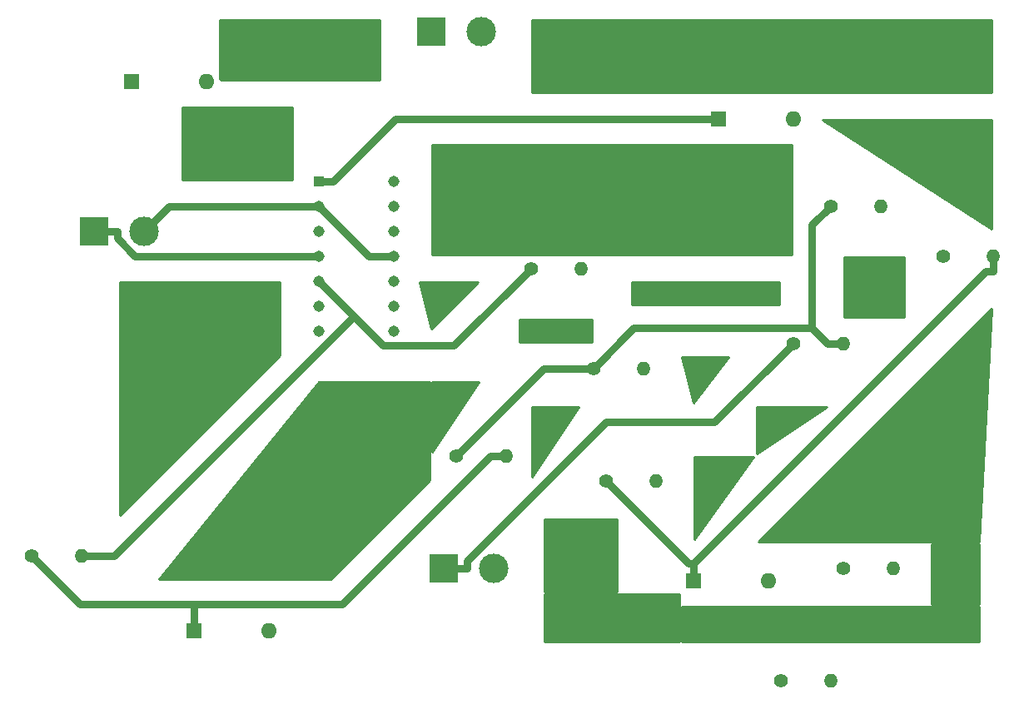
<source format=gbr>
G04 #@! TF.GenerationSoftware,KiCad,Pcbnew,(5.1.5)-3*
G04 #@! TF.CreationDate,2020-05-15T06:38:26+02:00*
G04 #@! TF.ProjectId,Frequency Mixer,46726571-7565-46e6-9379-204d69786572,rev?*
G04 #@! TF.SameCoordinates,Original*
G04 #@! TF.FileFunction,Copper,L1,Top*
G04 #@! TF.FilePolarity,Positive*
%FSLAX46Y46*%
G04 Gerber Fmt 4.6, Leading zero omitted, Abs format (unit mm)*
G04 Created by KiCad (PCBNEW (5.1.5)-3) date 2020-05-15 06:38:26*
%MOMM*%
%LPD*%
G04 APERTURE LIST*
%ADD10C,1.140000*%
%ADD11R,1.140000X1.140000*%
%ADD12O,1.400000X1.400000*%
%ADD13C,1.400000*%
%ADD14C,3.000000*%
%ADD15R,3.000000X3.000000*%
%ADD16O,1.600000X1.600000*%
%ADD17R,1.600000X1.600000*%
%ADD18C,0.800000*%
%ADD19C,0.254000*%
G04 APERTURE END LIST*
D10*
X100330000Y-76200000D03*
X100330000Y-78740000D03*
X100330000Y-81280000D03*
X100330000Y-83820000D03*
X100330000Y-86360000D03*
X100330000Y-88900000D03*
X100330000Y-91440000D03*
X92710000Y-91440000D03*
X92710000Y-88900000D03*
X92710000Y-86360000D03*
X92710000Y-83820000D03*
X92710000Y-81280000D03*
X92710000Y-78740000D03*
D11*
X92710000Y-76200000D03*
D12*
X146050000Y-92710000D03*
D13*
X140970000Y-92710000D03*
D12*
X149860000Y-78740000D03*
D13*
X144780000Y-78740000D03*
D12*
X111760000Y-104140000D03*
D13*
X106680000Y-104140000D03*
D12*
X125730000Y-95250000D03*
D13*
X120650000Y-95250000D03*
D12*
X68580000Y-114300000D03*
D13*
X63500000Y-114300000D03*
D12*
X161290000Y-83820000D03*
D13*
X156210000Y-83820000D03*
D12*
X151130000Y-115570000D03*
D13*
X146050000Y-115570000D03*
D12*
X127000000Y-106680000D03*
D13*
X121920000Y-106680000D03*
D12*
X144780000Y-127000000D03*
D13*
X139700000Y-127000000D03*
D12*
X119380000Y-85090000D03*
D13*
X114300000Y-85090000D03*
D14*
X74930000Y-81280000D03*
D15*
X69850000Y-81280000D03*
D14*
X110490000Y-115570000D03*
D15*
X105410000Y-115570000D03*
D14*
X109220000Y-60960000D03*
D15*
X104140000Y-60960000D03*
D16*
X140970000Y-69850000D03*
D17*
X133350000Y-69850000D03*
D16*
X87630000Y-121920000D03*
D17*
X80010000Y-121920000D03*
D16*
X138430000Y-116840000D03*
D17*
X130810000Y-116840000D03*
D16*
X81280000Y-66040000D03*
D17*
X73660000Y-66040000D03*
D18*
X96295700Y-89945600D02*
X99291600Y-92941600D01*
X99291600Y-92941600D02*
X106448400Y-92941600D01*
X106448400Y-92941600D02*
X114300000Y-85090000D01*
X92710000Y-86360000D02*
X96295700Y-89945600D01*
X96295700Y-89945600D02*
X71941300Y-114300000D01*
X71941300Y-114300000D02*
X68580000Y-114300000D01*
X92710000Y-76200000D02*
X94180300Y-76200000D01*
X133350000Y-69850000D02*
X100530300Y-69850000D01*
X100530300Y-69850000D02*
X94180300Y-76200000D01*
X121920000Y-106680000D02*
X130379700Y-115139700D01*
X130379700Y-115139700D02*
X130810000Y-115139700D01*
X161290000Y-83820000D02*
X161290000Y-85420300D01*
X130810000Y-116840000D02*
X130810000Y-115139700D01*
X130810000Y-115139700D02*
X160529400Y-85420300D01*
X160529400Y-85420300D02*
X161290000Y-85420300D01*
X80010000Y-119213500D02*
X95086200Y-119213500D01*
X95086200Y-119213500D02*
X110159700Y-104140000D01*
X63500000Y-114300000D02*
X68413500Y-119213500D01*
X68413500Y-119213500D02*
X80010000Y-119213500D01*
X80010000Y-120219700D02*
X80010000Y-119213500D01*
X80010000Y-121920000D02*
X80010000Y-120219700D01*
X111760000Y-104140000D02*
X110159700Y-104140000D01*
X105410000Y-115570000D02*
X107810300Y-115570000D01*
X107810300Y-115570000D02*
X107810300Y-114819900D01*
X107810300Y-114819900D02*
X121943500Y-100686700D01*
X121943500Y-100686700D02*
X132993300Y-100686700D01*
X132993300Y-100686700D02*
X140970000Y-92710000D01*
X92710000Y-78740000D02*
X97790000Y-83820000D01*
X97790000Y-83820000D02*
X100330000Y-83820000D01*
X74930000Y-81280000D02*
X77470000Y-78740000D01*
X77470000Y-78740000D02*
X92710000Y-78740000D01*
X69850000Y-81280000D02*
X72250300Y-81280000D01*
X72250300Y-81280000D02*
X72250300Y-82030100D01*
X72250300Y-82030100D02*
X74040200Y-83820000D01*
X74040200Y-83820000D02*
X92710000Y-83820000D01*
X142849300Y-91109600D02*
X144449700Y-92710000D01*
X120650000Y-95250000D02*
X124790400Y-91109600D01*
X124790400Y-91109600D02*
X142849300Y-91109600D01*
X142849300Y-91109600D02*
X142849300Y-80670700D01*
X142849300Y-80670700D02*
X144780000Y-78740000D01*
X120650000Y-95250000D02*
X115570000Y-95250000D01*
X115570000Y-95250000D02*
X106680000Y-104140000D01*
X146050000Y-92710000D02*
X144449700Y-92710000D01*
D19*
G36*
X140843000Y-83693000D02*
G01*
X104267000Y-83693000D01*
X104267000Y-72517000D01*
X140843000Y-72517000D01*
X140843000Y-83693000D01*
G37*
X140843000Y-83693000D02*
X104267000Y-83693000D01*
X104267000Y-72517000D01*
X140843000Y-72517000D01*
X140843000Y-83693000D01*
G36*
X104013000Y-106627394D02*
G01*
X93927394Y-116713000D01*
X76466823Y-116713000D01*
X92770448Y-96647000D01*
X104013000Y-96647000D01*
X104013000Y-106627394D01*
G37*
X104013000Y-106627394D02*
X93927394Y-116713000D01*
X76466823Y-116713000D01*
X92770448Y-96647000D01*
X104013000Y-96647000D01*
X104013000Y-106627394D01*
G36*
X88773000Y-93927394D02*
G01*
X72517000Y-110183394D01*
X72517000Y-86487000D01*
X88773000Y-86487000D01*
X88773000Y-93927394D01*
G37*
X88773000Y-93927394D02*
X72517000Y-110183394D01*
X72517000Y-86487000D01*
X88773000Y-86487000D01*
X88773000Y-93927394D01*
G36*
X90043000Y-76073000D02*
G01*
X78867000Y-76073000D01*
X78867000Y-68707000D01*
X90043000Y-68707000D01*
X90043000Y-76073000D01*
G37*
X90043000Y-76073000D02*
X78867000Y-76073000D01*
X78867000Y-68707000D01*
X90043000Y-68707000D01*
X90043000Y-76073000D01*
G36*
X159899509Y-112903000D02*
G01*
X137466606Y-112903000D01*
X161145781Y-89223825D01*
X159899509Y-112903000D01*
G37*
X159899509Y-112903000D02*
X137466606Y-112903000D01*
X161145781Y-89223825D01*
X159899509Y-112903000D01*
G36*
X161163000Y-81047378D02*
G01*
X143942412Y-69977000D01*
X161163000Y-69977000D01*
X161163000Y-81047378D01*
G37*
X161163000Y-81047378D02*
X143942412Y-69977000D01*
X161163000Y-69977000D01*
X161163000Y-81047378D01*
G36*
X161163000Y-67183000D02*
G01*
X114427000Y-67183000D01*
X114427000Y-59817000D01*
X161163000Y-59817000D01*
X161163000Y-67183000D01*
G37*
X161163000Y-67183000D02*
X114427000Y-67183000D01*
X114427000Y-59817000D01*
X161163000Y-59817000D01*
X161163000Y-67183000D01*
G36*
X98933000Y-65913000D02*
G01*
X82715000Y-65913000D01*
X82715000Y-65898665D01*
X82677000Y-65707629D01*
X82677000Y-59817000D01*
X98933000Y-59817000D01*
X98933000Y-65913000D01*
G37*
X98933000Y-65913000D02*
X82715000Y-65913000D01*
X82715000Y-65898665D01*
X82677000Y-65707629D01*
X82677000Y-59817000D01*
X98933000Y-59817000D01*
X98933000Y-65913000D01*
G36*
X139573000Y-88773000D02*
G01*
X124587000Y-88773000D01*
X124587000Y-86487000D01*
X139573000Y-86487000D01*
X139573000Y-88773000D01*
G37*
X139573000Y-88773000D02*
X124587000Y-88773000D01*
X124587000Y-86487000D01*
X139573000Y-86487000D01*
X139573000Y-88773000D01*
G36*
X120523000Y-92583000D02*
G01*
X113157000Y-92583000D01*
X113157000Y-90297000D01*
X120523000Y-90297000D01*
X120523000Y-92583000D01*
G37*
X120523000Y-92583000D02*
X113157000Y-92583000D01*
X113157000Y-90297000D01*
X120523000Y-90297000D01*
X120523000Y-92583000D01*
G36*
X104208806Y-91191588D02*
G01*
X103032658Y-86487000D01*
X108913394Y-86487000D01*
X104208806Y-91191588D01*
G37*
X104208806Y-91191588D02*
X103032658Y-86487000D01*
X108913394Y-86487000D01*
X104208806Y-91191588D01*
G36*
X130868494Y-98770342D02*
G01*
X129702658Y-94107000D01*
X134366000Y-94107000D01*
X130868494Y-98770342D01*
G37*
X130868494Y-98770342D02*
X129702658Y-94107000D01*
X134366000Y-94107000D01*
X130868494Y-98770342D01*
G36*
X152273000Y-90043000D02*
G01*
X146177000Y-90043000D01*
X146177000Y-83947000D01*
X152273000Y-83947000D01*
X152273000Y-90043000D01*
G37*
X152273000Y-90043000D02*
X146177000Y-90043000D01*
X146177000Y-83947000D01*
X152273000Y-83947000D01*
X152273000Y-90043000D01*
G36*
X130937000Y-112633701D02*
G01*
X130937000Y-104267000D01*
X136913215Y-104267000D01*
X130937000Y-112633701D01*
G37*
X130937000Y-112633701D02*
X130937000Y-104267000D01*
X136913215Y-104267000D01*
X130937000Y-112633701D01*
G36*
X137287000Y-103902699D02*
G01*
X137287000Y-99187000D01*
X144360548Y-99187000D01*
X137287000Y-103902699D01*
G37*
X137287000Y-103902699D02*
X137287000Y-99187000D01*
X144360548Y-99187000D01*
X137287000Y-103902699D01*
G36*
X114427000Y-106260548D02*
G01*
X114427000Y-99187000D01*
X119142699Y-99187000D01*
X114427000Y-106260548D01*
G37*
X114427000Y-106260548D02*
X114427000Y-99187000D01*
X119142699Y-99187000D01*
X114427000Y-106260548D01*
G36*
X104267000Y-103720548D02*
G01*
X104267000Y-96647000D01*
X108982699Y-96647000D01*
X104267000Y-103720548D01*
G37*
X104267000Y-103720548D02*
X104267000Y-96647000D01*
X108982699Y-96647000D01*
X104267000Y-103720548D01*
G36*
X123063000Y-117983000D02*
G01*
X115697000Y-117983000D01*
X115697000Y-110617000D01*
X123063000Y-110617000D01*
X123063000Y-117983000D01*
G37*
X123063000Y-117983000D02*
X115697000Y-117983000D01*
X115697000Y-110617000D01*
X123063000Y-110617000D01*
X123063000Y-117983000D01*
G36*
X129413000Y-123063000D02*
G01*
X115697000Y-123063000D01*
X115697000Y-118237000D01*
X129413000Y-118237000D01*
X129413000Y-123063000D01*
G37*
X129413000Y-123063000D02*
X115697000Y-123063000D01*
X115697000Y-118237000D01*
X129413000Y-118237000D01*
X129413000Y-123063000D01*
G36*
X159893000Y-123063000D02*
G01*
X129667000Y-123063000D01*
X129667000Y-119507000D01*
X159893000Y-119507000D01*
X159893000Y-123063000D01*
G37*
X159893000Y-123063000D02*
X129667000Y-123063000D01*
X129667000Y-119507000D01*
X159893000Y-119507000D01*
X159893000Y-123063000D01*
G36*
X159893000Y-119253000D02*
G01*
X155067000Y-119253000D01*
X155067000Y-113157000D01*
X159893000Y-113157000D01*
X159893000Y-119253000D01*
G37*
X159893000Y-119253000D02*
X155067000Y-119253000D01*
X155067000Y-113157000D01*
X159893000Y-113157000D01*
X159893000Y-119253000D01*
M02*

</source>
